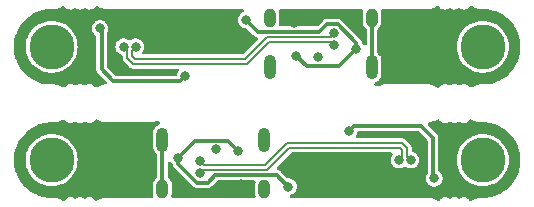
<source format=gbr>
%TF.GenerationSoftware,KiCad,Pcbnew,5.99.0-unknown-43523df843~131~ubuntu21.10.1*%
%TF.CreationDate,2021-08-03T15:32:11+01:00*%
%TF.ProjectId,dboard_panelized,64626f61-7264-45f7-9061-6e656c697a65,rev?*%
%TF.SameCoordinates,Original*%
%TF.FileFunction,Copper,L2,Bot*%
%TF.FilePolarity,Positive*%
%FSLAX46Y46*%
G04 Gerber Fmt 4.6, Leading zero omitted, Abs format (unit mm)*
G04 Created by KiCad (PCBNEW 5.99.0-unknown-43523df843~131~ubuntu21.10.1) date 2021-08-03 15:32:11*
%MOMM*%
%LPD*%
G01*
G04 APERTURE LIST*
%TA.AperFunction,ComponentPad*%
%ADD10C,3.800000*%
%TD*%
%TA.AperFunction,ComponentPad*%
%ADD11O,1.000000X1.600000*%
%TD*%
%TA.AperFunction,ComponentPad*%
%ADD12O,1.000000X2.100000*%
%TD*%
%TA.AperFunction,ViaPad*%
%ADD13C,0.800000*%
%TD*%
%TA.AperFunction,Conductor*%
%ADD14C,0.300000*%
%TD*%
%TA.AperFunction,Conductor*%
%ADD15C,0.200000*%
%TD*%
G04 APERTURE END LIST*
D10*
%TO.P,H2,1,1*%
%TO.N,SHIELD*%
X61300000Y-29500000D03*
%TD*%
%TO.P,H2,1,1*%
%TO.N,SHIELD*%
X24800000Y-39100000D03*
%TD*%
%TO.P,H1,1*%
%TO.N,N/C*%
X24800000Y-29500000D03*
%TD*%
D11*
%TO.P,J2,S1,SHIELD*%
%TO.N,SHIELD*%
X43280000Y-27040000D03*
D12*
X43280000Y-31220000D03*
D11*
X51920000Y-27040000D03*
D12*
X51920000Y-31220000D03*
%TD*%
D10*
%TO.P,H1,1*%
%TO.N,N/C*%
X61300001Y-39100000D03*
%TD*%
D12*
%TO.P,J2,S1,SHIELD*%
%TO.N,SHIELD*%
X34180002Y-37380000D03*
D11*
X34180002Y-41560000D03*
X42820002Y-41560000D03*
D12*
X42820002Y-37380000D03*
%TD*%
D13*
%TO.N,GND*%
X35600001Y-41000000D03*
X40800003Y-41116823D03*
X58400001Y-41400000D03*
X27700001Y-36500000D03*
X50500000Y-27600000D03*
X55400001Y-37200000D03*
X51700002Y-40050000D03*
X45300000Y-27483176D03*
X54300000Y-27200000D03*
X27700000Y-27200000D03*
X58400000Y-32100000D03*
X30700000Y-31400000D03*
X34400000Y-28550000D03*
X31800000Y-41400001D03*
%TO.N,VBUS*%
X45500000Y-30250000D03*
X41250000Y-27250000D03*
X35500003Y-38899999D03*
X50600000Y-29700000D03*
X44850001Y-41350000D03*
X40600000Y-38349998D03*
%TO.N,+5V*%
X28900000Y-27950000D03*
X50000000Y-36599999D03*
X36100000Y-32000000D03*
X57200001Y-40649999D03*
%TO.N,D-*%
X30900000Y-29500000D03*
X55200001Y-39100000D03*
X48732195Y-29382196D03*
X37367806Y-39217804D03*
X38750000Y-38198530D03*
X47350000Y-30401470D03*
%TO.N,D+*%
X48732195Y-28382196D03*
X31900000Y-29500000D03*
X37367806Y-40217804D03*
X54200001Y-39100000D03*
%TD*%
D14*
%TO.N,SHIELD*%
X51920000Y-31220000D02*
X51920000Y-27040000D01*
X34180000Y-37380001D02*
X34180003Y-41560000D01*
%TO.N,VBUS*%
X35500003Y-38899999D02*
X35600000Y-39000001D01*
X49009969Y-27600000D02*
X48100000Y-27600000D01*
X40600000Y-38349998D02*
X39699018Y-37449020D01*
X49149019Y-31150981D02*
X50600000Y-29700000D01*
X39699018Y-37449020D02*
X36950983Y-37449020D01*
X37090032Y-41000000D02*
X38000002Y-41000001D01*
X50600000Y-29700000D02*
X50600000Y-29190031D01*
X42232676Y-28232676D02*
X41250000Y-27250000D01*
X50600000Y-29190031D02*
X49009969Y-27600000D01*
X47467324Y-28232676D02*
X42232676Y-28232676D01*
X35500003Y-38899999D02*
X35500001Y-39409969D01*
X48100000Y-27600000D02*
X47467324Y-28232676D01*
X35500001Y-39409969D02*
X37090032Y-41000000D01*
X38000002Y-41000001D02*
X38632677Y-40367324D01*
X45500000Y-30250000D02*
X46400981Y-31150981D01*
X38632677Y-40367324D02*
X43867325Y-40367325D01*
X50600000Y-29700000D02*
X50500000Y-29600000D01*
X36950983Y-37449020D02*
X35500003Y-38899999D01*
X43867325Y-40367325D02*
X44850001Y-41350000D01*
X46400981Y-31150981D02*
X49149019Y-31150981D01*
%TO.N,+5V*%
X36100000Y-32000000D02*
X35699500Y-32400500D01*
X57075001Y-37200000D02*
X57075001Y-40524999D01*
X56074500Y-36199498D02*
X57075001Y-37200000D01*
X29025000Y-28075000D02*
X28900000Y-27950000D01*
X57075001Y-40524999D02*
X57200001Y-40649999D01*
X30025500Y-32400500D02*
X29025000Y-31400000D01*
X50000000Y-36599999D02*
X50400501Y-36199500D01*
X50400501Y-36199500D02*
X56074500Y-36199498D01*
X29025000Y-31400000D02*
X29025000Y-28075000D01*
X35699500Y-32400500D02*
X30025500Y-32400500D01*
D15*
%TO.N,D-*%
X44767157Y-37650000D02*
X42899351Y-39517805D01*
X37667807Y-39517804D02*
X37367806Y-39217804D01*
X38767805Y-39517803D02*
X37667807Y-39517804D01*
X47401470Y-30350000D02*
X47350000Y-30401470D01*
X31200000Y-29800000D02*
X31200000Y-30482844D01*
X54900001Y-38800000D02*
X54900000Y-38117155D01*
X43200648Y-29082196D02*
X47332196Y-29082196D01*
X31667156Y-30950000D02*
X41332844Y-30950000D01*
X30900000Y-29500000D02*
X31200000Y-29800000D01*
X42899351Y-39517805D02*
X38767805Y-39517803D01*
X47332196Y-29082196D02*
X48432195Y-29082196D01*
X48432195Y-29082196D02*
X48732195Y-29382196D01*
X54432843Y-37649999D02*
X44767157Y-37650000D01*
X55200001Y-39100000D02*
X54900001Y-38800000D01*
X41332844Y-30950000D02*
X43200648Y-29082196D01*
X38698531Y-38250000D02*
X38750000Y-38198530D01*
X54900000Y-38117155D02*
X54432843Y-37649999D01*
X31200000Y-30482844D02*
X31667156Y-30950000D01*
%TO.N,D+*%
X31900000Y-29500000D02*
X31600000Y-29800000D01*
X54200001Y-39100000D02*
X54500001Y-38800002D01*
X37667807Y-39917803D02*
X37367806Y-40217804D01*
X43065041Y-39917804D02*
X37667807Y-39917803D01*
X44932845Y-38049999D02*
X43065041Y-39917804D01*
X54500001Y-38800002D02*
X54500002Y-38282843D01*
X41167156Y-30550000D02*
X43034960Y-28682196D01*
X31600000Y-29800000D02*
X31600000Y-30317156D01*
X54267157Y-38049999D02*
X44932845Y-38049999D01*
X31832844Y-30550000D02*
X41167156Y-30550000D01*
X48432195Y-28682196D02*
X48732195Y-28382196D01*
X43034960Y-28682196D02*
X48432195Y-28682196D01*
X54500002Y-38282843D02*
X54267157Y-38049999D01*
X31600000Y-30317156D02*
X31832844Y-30550000D01*
%TD*%
%TA.AperFunction,Conductor*%
%TO.N,GND*%
G36*
X57584910Y-26059633D02*
G01*
X57638895Y-26103373D01*
X57707378Y-26192622D01*
X57715127Y-26198568D01*
X57806380Y-26268589D01*
X57822374Y-26280862D01*
X57956290Y-26336331D01*
X58099999Y-26355251D01*
X58243708Y-26336331D01*
X58377624Y-26280862D01*
X58409295Y-26256560D01*
X58480549Y-26227045D01*
X58557017Y-26237111D01*
X58590700Y-26256557D01*
X58622374Y-26280862D01*
X58756290Y-26336331D01*
X58899999Y-26355251D01*
X59043708Y-26336331D01*
X59177624Y-26280862D01*
X59209295Y-26256560D01*
X59280549Y-26227045D01*
X59357017Y-26237111D01*
X59390700Y-26256557D01*
X59422374Y-26280862D01*
X59556290Y-26336331D01*
X59699999Y-26355251D01*
X59843708Y-26336331D01*
X59977624Y-26280862D01*
X59993619Y-26268589D01*
X60084871Y-26198568D01*
X60092620Y-26192622D01*
X60161332Y-26103076D01*
X60222520Y-26056124D01*
X60298988Y-26046057D01*
X60363330Y-26070575D01*
X60397584Y-26093870D01*
X60614561Y-26198001D01*
X60619888Y-26199635D01*
X60619895Y-26199638D01*
X60800841Y-26255150D01*
X60844646Y-26268589D01*
X60850168Y-26269412D01*
X60850174Y-26269413D01*
X60952109Y-26284599D01*
X61082689Y-26304053D01*
X61196046Y-26303839D01*
X61289930Y-26303662D01*
X61289931Y-26303662D01*
X61294486Y-26303653D01*
X61300004Y-26304626D01*
X61305641Y-26303632D01*
X61322048Y-26303601D01*
X61323369Y-26303731D01*
X61327883Y-26302572D01*
X61337167Y-26302013D01*
X61637923Y-26318320D01*
X61653946Y-26320062D01*
X61979942Y-26373507D01*
X61995690Y-26376973D01*
X62257007Y-26449527D01*
X62313986Y-26465347D01*
X62329275Y-26470498D01*
X62636148Y-26592769D01*
X62650781Y-26599539D01*
X62759205Y-26657022D01*
X62942634Y-26754270D01*
X62956458Y-26762587D01*
X63098138Y-26858648D01*
X63229882Y-26947973D01*
X63242715Y-26957729D01*
X63370355Y-27066147D01*
X63494489Y-27171588D01*
X63506201Y-27182683D01*
X63733364Y-27422496D01*
X63743809Y-27434792D01*
X63943721Y-27697771D01*
X63952775Y-27711125D01*
X64123077Y-27994171D01*
X64130634Y-28008425D01*
X64269338Y-28308229D01*
X64275309Y-28323216D01*
X64380784Y-28636254D01*
X64380784Y-28636255D01*
X64385099Y-28651795D01*
X64454335Y-28966335D01*
X64456110Y-28974400D01*
X64458720Y-28990313D01*
X64493455Y-29309699D01*
X64494437Y-29318729D01*
X64495310Y-29334839D01*
X64495310Y-29665162D01*
X64494437Y-29681272D01*
X64458931Y-30007752D01*
X64458721Y-30009679D01*
X64456111Y-30025595D01*
X64385099Y-30348201D01*
X64385099Y-30348202D01*
X64380784Y-30363743D01*
X64366429Y-30406347D01*
X64275308Y-30676785D01*
X64269337Y-30691772D01*
X64130635Y-30991572D01*
X64123078Y-31005827D01*
X63952770Y-31288881D01*
X63943716Y-31302234D01*
X63743810Y-31565204D01*
X63733366Y-31577500D01*
X63506191Y-31817327D01*
X63494477Y-31828422D01*
X63242722Y-32042264D01*
X63229879Y-32052028D01*
X62956455Y-32237413D01*
X62942631Y-32245730D01*
X62650790Y-32400454D01*
X62636148Y-32407229D01*
X62329266Y-32529502D01*
X62313977Y-32534653D01*
X61995689Y-32623025D01*
X61979933Y-32626493D01*
X61915460Y-32637063D01*
X61653942Y-32679937D01*
X61637919Y-32681679D01*
X61337160Y-32697986D01*
X61327868Y-32697425D01*
X61323364Y-32696269D01*
X61322053Y-32696398D01*
X61305643Y-32696367D01*
X61300000Y-32695372D01*
X61294476Y-32696346D01*
X61289909Y-32696337D01*
X61289908Y-32696337D01*
X61199191Y-32696166D01*
X61082684Y-32695947D01*
X61077162Y-32696770D01*
X61077158Y-32696770D01*
X60850171Y-32730588D01*
X60850168Y-32730589D01*
X60844642Y-32731412D01*
X60742034Y-32762891D01*
X60619890Y-32800363D01*
X60619883Y-32800366D01*
X60614556Y-32802000D01*
X60397580Y-32906131D01*
X60392973Y-32909264D01*
X60392968Y-32909267D01*
X60363330Y-32929424D01*
X60290500Y-32954813D01*
X60214733Y-32940386D01*
X60161329Y-32896923D01*
X60098566Y-32815129D01*
X60092620Y-32807380D01*
X60009294Y-32743441D01*
X59985372Y-32725085D01*
X59985369Y-32725083D01*
X59977624Y-32719140D01*
X59843708Y-32663671D01*
X59699999Y-32644751D01*
X59556290Y-32663671D01*
X59422374Y-32719140D01*
X59390703Y-32743442D01*
X59319449Y-32772957D01*
X59242981Y-32762891D01*
X59209298Y-32743445D01*
X59177624Y-32719140D01*
X59043708Y-32663671D01*
X58899999Y-32644751D01*
X58756290Y-32663671D01*
X58622374Y-32719140D01*
X58590703Y-32743442D01*
X58519449Y-32772957D01*
X58442981Y-32762891D01*
X58409298Y-32743445D01*
X58377624Y-32719140D01*
X58243708Y-32663671D01*
X58099999Y-32644751D01*
X57956290Y-32663671D01*
X57822374Y-32719140D01*
X57814629Y-32725083D01*
X57814626Y-32725085D01*
X57790704Y-32743441D01*
X57707378Y-32807380D01*
X57701432Y-32815129D01*
X57637353Y-32898638D01*
X57576164Y-32945590D01*
X57499695Y-32955657D01*
X57435354Y-32931140D01*
X57419307Y-32920227D01*
X57398580Y-32906131D01*
X57181604Y-32802000D01*
X57176277Y-32800366D01*
X57176270Y-32800363D01*
X57054126Y-32762891D01*
X56951518Y-32731412D01*
X56945992Y-32730589D01*
X56945989Y-32730588D01*
X56719002Y-32696770D01*
X56718998Y-32696770D01*
X56713476Y-32695947D01*
X56474107Y-32696398D01*
X56472796Y-32696269D01*
X56460159Y-32699513D01*
X56459510Y-32699563D01*
X56448108Y-32700000D01*
X52913662Y-32700000D01*
X52905044Y-32699751D01*
X52872067Y-32697840D01*
X52872064Y-32697840D01*
X52861564Y-32697232D01*
X52855419Y-32698633D01*
X52834754Y-32705522D01*
X52814922Y-32710647D01*
X52803656Y-32712745D01*
X52803651Y-32712747D01*
X52790130Y-32715265D01*
X52778420Y-32722483D01*
X52765586Y-32727435D01*
X52765524Y-32727274D01*
X52755633Y-32731894D01*
X52574254Y-32792354D01*
X52527136Y-32800000D01*
X52278545Y-32800000D01*
X52204045Y-32780038D01*
X52149507Y-32725500D01*
X52129545Y-32651000D01*
X52149507Y-32576500D01*
X52204045Y-32521962D01*
X52230524Y-32509950D01*
X52262993Y-32498897D01*
X52415955Y-32404794D01*
X52421904Y-32398968D01*
X52421907Y-32398966D01*
X52538318Y-32284968D01*
X52538319Y-32284966D01*
X52544268Y-32279141D01*
X52548779Y-32272142D01*
X52548781Y-32272139D01*
X52637040Y-32135187D01*
X52641554Y-32128183D01*
X52645234Y-32118073D01*
X52700129Y-31967250D01*
X52700129Y-31967249D01*
X52702978Y-31959422D01*
X52717989Y-31840598D01*
X52719913Y-31825366D01*
X52719913Y-31825361D01*
X52720500Y-31820717D01*
X52720500Y-30624845D01*
X52705546Y-30491528D01*
X52655635Y-30348201D01*
X52649225Y-30329795D01*
X52649225Y-30329794D01*
X52646485Y-30321927D01*
X52640100Y-30311708D01*
X52555730Y-30176689D01*
X52551316Y-30169625D01*
X52466262Y-30083975D01*
X52430636Y-30048100D01*
X52424770Y-30042193D01*
X52424192Y-30041826D01*
X52380584Y-29982243D01*
X52370500Y-29928361D01*
X52370500Y-29500000D01*
X59094778Y-29500000D01*
X59095097Y-29504867D01*
X59112041Y-29763377D01*
X59113644Y-29787839D01*
X59114595Y-29792618D01*
X59114595Y-29792621D01*
X59168750Y-30064874D01*
X59169919Y-30070753D01*
X59262641Y-30343902D01*
X59390222Y-30602611D01*
X59550480Y-30842454D01*
X59740673Y-31059327D01*
X59957546Y-31249520D01*
X60197389Y-31409778D01*
X60456098Y-31537359D01*
X60729247Y-31630081D01*
X60734020Y-31631030D01*
X60734026Y-31631032D01*
X61007379Y-31685405D01*
X61007382Y-31685405D01*
X61012161Y-31686356D01*
X61017022Y-31686675D01*
X61017025Y-31686675D01*
X61295133Y-31704903D01*
X61300000Y-31705222D01*
X61304867Y-31704903D01*
X61582975Y-31686675D01*
X61582978Y-31686675D01*
X61587839Y-31686356D01*
X61592618Y-31685405D01*
X61592621Y-31685405D01*
X61865974Y-31631032D01*
X61865980Y-31631030D01*
X61870753Y-31630081D01*
X62143902Y-31537359D01*
X62402611Y-31409778D01*
X62642454Y-31249520D01*
X62859327Y-31059327D01*
X63049520Y-30842454D01*
X63209778Y-30602611D01*
X63337359Y-30343902D01*
X63430081Y-30070753D01*
X63431251Y-30064874D01*
X63485405Y-29792621D01*
X63485405Y-29792618D01*
X63486356Y-29787839D01*
X63487960Y-29763377D01*
X63504903Y-29504867D01*
X63505222Y-29500000D01*
X63487745Y-29233349D01*
X63486675Y-29217025D01*
X63486675Y-29217022D01*
X63486356Y-29212161D01*
X63485405Y-29207379D01*
X63431032Y-28934026D01*
X63431030Y-28934020D01*
X63430081Y-28929247D01*
X63337359Y-28656098D01*
X63209778Y-28397389D01*
X63049520Y-28157546D01*
X62859327Y-27940673D01*
X62642454Y-27750480D01*
X62402611Y-27590222D01*
X62143902Y-27462641D01*
X61870753Y-27369919D01*
X61865980Y-27368970D01*
X61865974Y-27368968D01*
X61592621Y-27314595D01*
X61592618Y-27314595D01*
X61587839Y-27313644D01*
X61582978Y-27313325D01*
X61582975Y-27313325D01*
X61304867Y-27295097D01*
X61300000Y-27294778D01*
X61295133Y-27295097D01*
X61017025Y-27313325D01*
X61017022Y-27313325D01*
X61012161Y-27313644D01*
X61007382Y-27314595D01*
X61007379Y-27314595D01*
X60734026Y-27368968D01*
X60734020Y-27368970D01*
X60729247Y-27369919D01*
X60456098Y-27462641D01*
X60197389Y-27590222D01*
X59957546Y-27750480D01*
X59740673Y-27940673D01*
X59550480Y-28157546D01*
X59390222Y-28397389D01*
X59262641Y-28656098D01*
X59169919Y-28929247D01*
X59168970Y-28934020D01*
X59168968Y-28934026D01*
X59114595Y-29207379D01*
X59113644Y-29212161D01*
X59113325Y-29217022D01*
X59113325Y-29217025D01*
X59112255Y-29233349D01*
X59094778Y-29500000D01*
X52370500Y-29500000D01*
X52370500Y-28081802D01*
X52390462Y-28007302D01*
X52417418Y-27976288D01*
X52415955Y-27974794D01*
X52538318Y-27854968D01*
X52538319Y-27854966D01*
X52544268Y-27849141D01*
X52548779Y-27842142D01*
X52548781Y-27842139D01*
X52633213Y-27711125D01*
X52641554Y-27698183D01*
X52645234Y-27688073D01*
X52700129Y-27537250D01*
X52700129Y-27537249D01*
X52702978Y-27529422D01*
X52709553Y-27477372D01*
X52719913Y-27395366D01*
X52719913Y-27395361D01*
X52720500Y-27390717D01*
X52720500Y-26694845D01*
X52705546Y-26561528D01*
X52683607Y-26498527D01*
X52677958Y-26421607D01*
X52711527Y-26352167D01*
X52775318Y-26308815D01*
X52824319Y-26300527D01*
X56457879Y-26300527D01*
X56468526Y-26300908D01*
X56472772Y-26301212D01*
X56485401Y-26304381D01*
X56486709Y-26304246D01*
X56501289Y-26304196D01*
X56501290Y-26304196D01*
X56633096Y-26303739D01*
X56725681Y-26303419D01*
X56856654Y-26283224D01*
X56957642Y-26267652D01*
X56957646Y-26267651D01*
X56963146Y-26266803D01*
X56968458Y-26265145D01*
X56968463Y-26265144D01*
X57187186Y-26196881D01*
X57187194Y-26196878D01*
X57192506Y-26195220D01*
X57408644Y-26090267D01*
X57413241Y-26087111D01*
X57413245Y-26087109D01*
X57436363Y-26071240D01*
X57509082Y-26045535D01*
X57584910Y-26059633D01*
G37*
%TD.AperFunction*%
%TA.AperFunction,Conductor*%
G36*
X25885264Y-26059614D02*
G01*
X25938668Y-26103077D01*
X26007379Y-26192622D01*
X26015128Y-26198568D01*
X26106381Y-26268589D01*
X26122375Y-26280862D01*
X26256291Y-26336331D01*
X26400000Y-26355251D01*
X26543709Y-26336331D01*
X26677625Y-26280862D01*
X26709296Y-26256560D01*
X26780550Y-26227045D01*
X26857018Y-26237111D01*
X26890701Y-26256557D01*
X26922375Y-26280862D01*
X27056291Y-26336331D01*
X27200000Y-26355251D01*
X27343709Y-26336331D01*
X27477625Y-26280862D01*
X27509296Y-26256560D01*
X27580550Y-26227045D01*
X27657018Y-26237111D01*
X27690701Y-26256557D01*
X27722375Y-26280862D01*
X27856291Y-26336331D01*
X28000000Y-26355251D01*
X28143709Y-26336331D01*
X28277625Y-26280862D01*
X28293620Y-26268589D01*
X28384872Y-26198568D01*
X28392621Y-26192622D01*
X28429427Y-26144656D01*
X28461103Y-26103376D01*
X28522293Y-26056423D01*
X28598762Y-26046357D01*
X28663637Y-26071240D01*
X28686755Y-26087109D01*
X28686759Y-26087111D01*
X28691356Y-26090267D01*
X28907494Y-26195220D01*
X28912806Y-26196878D01*
X28912814Y-26196881D01*
X29131537Y-26265144D01*
X29131542Y-26265145D01*
X29136854Y-26266803D01*
X29142354Y-26267651D01*
X29142358Y-26267652D01*
X29243346Y-26283224D01*
X29374319Y-26303419D01*
X29561155Y-26304066D01*
X29598247Y-26304194D01*
X29613291Y-26304246D01*
X29614599Y-26304381D01*
X29627228Y-26301212D01*
X29631474Y-26300908D01*
X29642121Y-26300527D01*
X40953658Y-26300527D01*
X41028158Y-26320489D01*
X41082696Y-26375027D01*
X41102658Y-26449527D01*
X41082696Y-26524027D01*
X41028158Y-26578565D01*
X41009695Y-26587252D01*
X41004032Y-26588612D01*
X40996055Y-26592729D01*
X40996053Y-26592730D01*
X40861353Y-26662254D01*
X40853369Y-26666375D01*
X40846602Y-26672279D01*
X40846598Y-26672281D01*
X40743077Y-26762588D01*
X40725604Y-26777831D01*
X40628113Y-26916547D01*
X40566524Y-27074513D01*
X40544394Y-27242611D01*
X40545380Y-27251542D01*
X40545380Y-27251543D01*
X40546841Y-27264778D01*
X40562999Y-27411135D01*
X40566087Y-27419572D01*
X40566087Y-27419574D01*
X40569304Y-27428364D01*
X40621266Y-27570356D01*
X40626275Y-27577811D01*
X40626276Y-27577812D01*
X40707162Y-27698183D01*
X40715830Y-27711083D01*
X40722472Y-27717126D01*
X40722473Y-27717128D01*
X40803216Y-27790598D01*
X40841233Y-27825191D01*
X40849128Y-27829478D01*
X40849130Y-27829479D01*
X40982344Y-27901808D01*
X40982347Y-27901809D01*
X40990235Y-27906092D01*
X41072234Y-27927604D01*
X41145549Y-27946838D01*
X41145551Y-27946838D01*
X41154233Y-27949116D01*
X41254187Y-27950686D01*
X41328364Y-27971816D01*
X41357206Y-27994309D01*
X41888967Y-28526070D01*
X41900620Y-28539183D01*
X41920804Y-28564786D01*
X41929967Y-28571119D01*
X41968758Y-28597929D01*
X41972566Y-28600650D01*
X41997559Y-28619110D01*
X42019493Y-28635311D01*
X42026310Y-28637705D01*
X42032245Y-28641807D01*
X42042863Y-28645165D01*
X42042865Y-28645166D01*
X42087815Y-28659382D01*
X42092212Y-28660848D01*
X42147307Y-28680196D01*
X42153432Y-28680437D01*
X42158184Y-28681637D01*
X42159576Y-28682077D01*
X42160539Y-28682382D01*
X42225549Y-28723884D01*
X42261099Y-28792330D01*
X42257663Y-28869382D01*
X42220960Y-28929803D01*
X41044904Y-30105859D01*
X40978109Y-30144423D01*
X40939545Y-30149500D01*
X32586472Y-30149500D01*
X32511972Y-30129538D01*
X32457434Y-30075000D01*
X32437472Y-30000500D01*
X32457434Y-29926000D01*
X32465471Y-29913553D01*
X32513121Y-29847240D01*
X32513123Y-29847237D01*
X32518361Y-29839947D01*
X32538137Y-29790754D01*
X32578251Y-29690969D01*
X32578252Y-29690964D01*
X32581601Y-29682634D01*
X32605490Y-29514778D01*
X32605645Y-29500000D01*
X32585276Y-29331680D01*
X32525345Y-29173077D01*
X32429312Y-29033349D01*
X32422604Y-29027372D01*
X32309428Y-28926535D01*
X32309424Y-28926532D01*
X32302721Y-28920560D01*
X32294781Y-28916356D01*
X32294780Y-28916355D01*
X32160823Y-28845429D01*
X32152881Y-28841224D01*
X32144168Y-28839035D01*
X32144167Y-28839035D01*
X32059603Y-28817794D01*
X31988441Y-28799919D01*
X31884002Y-28799372D01*
X31827873Y-28799078D01*
X31818895Y-28799031D01*
X31810164Y-28801127D01*
X31810165Y-28801127D01*
X31662765Y-28836515D01*
X31662762Y-28836516D01*
X31654032Y-28838612D01*
X31646053Y-28842730D01*
X31646051Y-28842731D01*
X31640824Y-28845429D01*
X31503369Y-28916375D01*
X31496593Y-28922286D01*
X31489174Y-28927328D01*
X31488093Y-28925738D01*
X31429199Y-28954594D01*
X31352249Y-28949353D01*
X31315470Y-28930735D01*
X31309427Y-28926535D01*
X31302721Y-28920560D01*
X31152881Y-28841224D01*
X31144168Y-28839035D01*
X31144167Y-28839035D01*
X31059603Y-28817794D01*
X30988441Y-28799919D01*
X30884002Y-28799372D01*
X30827873Y-28799078D01*
X30818895Y-28799031D01*
X30810164Y-28801127D01*
X30810165Y-28801127D01*
X30662765Y-28836515D01*
X30662762Y-28836516D01*
X30654032Y-28838612D01*
X30646053Y-28842730D01*
X30646051Y-28842731D01*
X30511355Y-28912253D01*
X30503369Y-28916375D01*
X30496602Y-28922279D01*
X30496598Y-28922281D01*
X30382373Y-29021926D01*
X30375604Y-29027831D01*
X30370439Y-29035180D01*
X30361523Y-29047866D01*
X30278113Y-29166547D01*
X30216524Y-29324513D01*
X30194394Y-29492611D01*
X30212999Y-29661135D01*
X30216087Y-29669572D01*
X30216087Y-29669574D01*
X30228371Y-29703142D01*
X30271266Y-29820356D01*
X30276275Y-29827811D01*
X30276276Y-29827812D01*
X30358669Y-29950426D01*
X30365830Y-29961083D01*
X30372472Y-29967126D01*
X30372473Y-29967128D01*
X30483349Y-30068017D01*
X30491233Y-30075191D01*
X30499128Y-30079478D01*
X30499130Y-30079479D01*
X30632344Y-30151808D01*
X30632347Y-30151809D01*
X30640235Y-30156092D01*
X30648919Y-30158370D01*
X30648921Y-30158371D01*
X30688309Y-30168704D01*
X30755305Y-30206917D01*
X30794219Y-30273509D01*
X30799500Y-30312827D01*
X30799500Y-30546277D01*
X30805740Y-30565480D01*
X30811197Y-30588213D01*
X30814354Y-30608148D01*
X30823441Y-30625981D01*
X30823518Y-30626133D01*
X30832467Y-30647739D01*
X30838704Y-30666934D01*
X30845594Y-30676417D01*
X30845597Y-30676423D01*
X30850570Y-30683267D01*
X30862785Y-30703200D01*
X30866625Y-30710736D01*
X30866627Y-30710739D01*
X30871950Y-30721186D01*
X30894513Y-30743749D01*
X30894516Y-30743753D01*
X31339106Y-31188342D01*
X31428814Y-31278050D01*
X31439259Y-31283372D01*
X31446803Y-31287216D01*
X31466739Y-31299433D01*
X31483066Y-31311296D01*
X31494220Y-31314920D01*
X31494222Y-31314921D01*
X31502264Y-31317534D01*
X31523862Y-31326480D01*
X31531402Y-31330322D01*
X31531405Y-31330323D01*
X31541852Y-31335646D01*
X31561804Y-31338806D01*
X31584520Y-31344260D01*
X31603723Y-31350499D01*
X31635633Y-31350499D01*
X31635637Y-31350500D01*
X35413397Y-31350500D01*
X35487897Y-31370462D01*
X35542435Y-31425000D01*
X35562397Y-31499500D01*
X35542435Y-31574000D01*
X35535302Y-31585175D01*
X35478113Y-31666547D01*
X35416524Y-31824513D01*
X35415351Y-31833424D01*
X35414163Y-31838051D01*
X35376302Y-31905247D01*
X35309916Y-31944510D01*
X35269843Y-31950000D01*
X30273821Y-31950000D01*
X30199321Y-31930038D01*
X30168462Y-31906359D01*
X29519141Y-31257038D01*
X29480577Y-31190243D01*
X29475500Y-31151679D01*
X29475500Y-28397576D01*
X29495462Y-28323076D01*
X29503500Y-28310628D01*
X29513116Y-28297247D01*
X29513118Y-28297243D01*
X29518361Y-28289947D01*
X29529628Y-28261920D01*
X29578251Y-28140969D01*
X29578252Y-28140964D01*
X29581601Y-28132634D01*
X29605490Y-27964778D01*
X29605645Y-27950000D01*
X29585276Y-27781680D01*
X29525345Y-27623077D01*
X29429312Y-27483349D01*
X29422567Y-27477339D01*
X29309428Y-27376535D01*
X29309424Y-27376532D01*
X29302721Y-27370560D01*
X29294783Y-27366357D01*
X29294780Y-27366355D01*
X29160823Y-27295429D01*
X29152881Y-27291224D01*
X29144168Y-27289035D01*
X29144167Y-27289035D01*
X29027579Y-27259750D01*
X28988441Y-27249919D01*
X28884002Y-27249372D01*
X28827873Y-27249078D01*
X28818895Y-27249031D01*
X28810164Y-27251127D01*
X28810165Y-27251127D01*
X28662765Y-27286515D01*
X28662762Y-27286516D01*
X28654032Y-27288612D01*
X28646053Y-27292730D01*
X28646051Y-27292731D01*
X28511613Y-27362120D01*
X28503369Y-27366375D01*
X28496602Y-27372279D01*
X28496598Y-27372281D01*
X28393017Y-27462641D01*
X28375604Y-27477831D01*
X28278113Y-27616547D01*
X28216524Y-27774513D01*
X28194394Y-27942611D01*
X28212999Y-28111135D01*
X28216087Y-28119572D01*
X28216087Y-28119574D01*
X28229983Y-28157546D01*
X28271266Y-28270356D01*
X28276275Y-28277811D01*
X28276276Y-28277812D01*
X28356754Y-28397576D01*
X28365830Y-28411083D01*
X28491233Y-28525191D01*
X28499129Y-28529478D01*
X28506449Y-28534680D01*
X28505272Y-28536336D01*
X28552545Y-28581197D01*
X28574500Y-28659047D01*
X28574500Y-31364428D01*
X28573467Y-31381941D01*
X28569636Y-31414310D01*
X28571637Y-31425266D01*
X28571637Y-31425269D01*
X28580111Y-31471668D01*
X28580879Y-31476284D01*
X28587386Y-31519560D01*
X28589551Y-31533962D01*
X28592679Y-31540475D01*
X28593975Y-31547573D01*
X28620578Y-31598785D01*
X28620843Y-31599296D01*
X28622926Y-31603465D01*
X28648191Y-31656079D01*
X28653094Y-31661383D01*
X28656421Y-31667788D01*
X28660725Y-31672828D01*
X28697657Y-31709760D01*
X28701711Y-31713977D01*
X28740146Y-31755556D01*
X28746754Y-31759394D01*
X28751902Y-31764005D01*
X29435647Y-32447750D01*
X29474211Y-32514545D01*
X29474211Y-32591673D01*
X29435647Y-32658468D01*
X29368852Y-32697032D01*
X29352245Y-32700482D01*
X29150171Y-32730588D01*
X29150168Y-32730589D01*
X29144642Y-32731412D01*
X29042035Y-32762891D01*
X28919891Y-32800363D01*
X28919884Y-32800366D01*
X28914557Y-32802000D01*
X28697580Y-32906131D01*
X28663328Y-32929425D01*
X28590501Y-32954813D01*
X28514734Y-32940386D01*
X28461330Y-32896923D01*
X28398567Y-32815129D01*
X28392621Y-32807380D01*
X28309295Y-32743441D01*
X28285373Y-32725085D01*
X28285370Y-32725083D01*
X28277625Y-32719140D01*
X28143709Y-32663671D01*
X28000000Y-32644751D01*
X27856291Y-32663671D01*
X27722375Y-32719140D01*
X27690704Y-32743442D01*
X27619450Y-32772957D01*
X27542982Y-32762891D01*
X27509299Y-32743445D01*
X27477625Y-32719140D01*
X27343709Y-32663671D01*
X27200000Y-32644751D01*
X27056291Y-32663671D01*
X26922375Y-32719140D01*
X26890704Y-32743442D01*
X26819450Y-32772957D01*
X26742982Y-32762891D01*
X26709299Y-32743445D01*
X26677625Y-32719140D01*
X26543709Y-32663671D01*
X26400000Y-32644751D01*
X26256291Y-32663671D01*
X26122375Y-32719140D01*
X26114630Y-32725083D01*
X26114627Y-32725085D01*
X26090705Y-32743441D01*
X26007379Y-32807380D01*
X26001433Y-32815129D01*
X25938670Y-32896923D01*
X25877481Y-32943875D01*
X25801012Y-32953942D01*
X25736672Y-32929425D01*
X25702420Y-32906131D01*
X25485443Y-32802000D01*
X25480116Y-32800366D01*
X25480109Y-32800363D01*
X25357965Y-32762891D01*
X25255358Y-32731412D01*
X25249832Y-32730589D01*
X25249829Y-32730588D01*
X25022842Y-32696770D01*
X25022838Y-32696770D01*
X25017316Y-32695947D01*
X24904489Y-32696160D01*
X24810076Y-32696337D01*
X24810074Y-32696337D01*
X24805524Y-32696346D01*
X24800000Y-32695372D01*
X24794357Y-32696367D01*
X24777947Y-32696398D01*
X24776636Y-32696269D01*
X24772129Y-32697426D01*
X24762836Y-32697985D01*
X24462088Y-32681678D01*
X24446050Y-32679934D01*
X24258457Y-32649181D01*
X24120064Y-32626492D01*
X24104321Y-32623027D01*
X23844902Y-32551000D01*
X23786015Y-32534650D01*
X23770726Y-32529498D01*
X23463860Y-32407231D01*
X23449218Y-32400457D01*
X23157370Y-32245729D01*
X23143546Y-32237412D01*
X22870123Y-32052027D01*
X22857280Y-32042263D01*
X22756129Y-31956345D01*
X22605516Y-31828414D01*
X22593807Y-31817322D01*
X22592690Y-31816142D01*
X22491919Y-31709760D01*
X22366640Y-31577504D01*
X22356195Y-31565208D01*
X22156286Y-31302233D01*
X22147232Y-31288880D01*
X22011049Y-31062542D01*
X21976924Y-31005826D01*
X21969367Y-30991571D01*
X21830665Y-30691771D01*
X21824694Y-30676784D01*
X21736909Y-30416248D01*
X21719218Y-30363742D01*
X21714904Y-30348206D01*
X21643892Y-30025591D01*
X21641282Y-30009679D01*
X21641073Y-30007752D01*
X21605566Y-29681272D01*
X21604693Y-29665162D01*
X21604693Y-29500000D01*
X22594778Y-29500000D01*
X22595097Y-29504867D01*
X22612041Y-29763377D01*
X22613644Y-29787839D01*
X22614595Y-29792618D01*
X22614595Y-29792621D01*
X22668750Y-30064874D01*
X22669919Y-30070753D01*
X22762641Y-30343902D01*
X22890222Y-30602611D01*
X23050480Y-30842454D01*
X23240673Y-31059327D01*
X23457546Y-31249520D01*
X23697389Y-31409778D01*
X23956098Y-31537359D01*
X24229247Y-31630081D01*
X24234020Y-31631030D01*
X24234026Y-31631032D01*
X24507379Y-31685405D01*
X24507382Y-31685405D01*
X24512161Y-31686356D01*
X24517022Y-31686675D01*
X24517025Y-31686675D01*
X24795133Y-31704903D01*
X24800000Y-31705222D01*
X24804867Y-31704903D01*
X25082975Y-31686675D01*
X25082978Y-31686675D01*
X25087839Y-31686356D01*
X25092618Y-31685405D01*
X25092621Y-31685405D01*
X25365974Y-31631032D01*
X25365980Y-31631030D01*
X25370753Y-31630081D01*
X25643902Y-31537359D01*
X25902611Y-31409778D01*
X26142454Y-31249520D01*
X26359327Y-31059327D01*
X26549520Y-30842454D01*
X26709778Y-30602611D01*
X26837359Y-30343902D01*
X26930081Y-30070753D01*
X26931251Y-30064874D01*
X26985405Y-29792621D01*
X26985405Y-29792618D01*
X26986356Y-29787839D01*
X26987960Y-29763377D01*
X27004903Y-29504867D01*
X27005222Y-29500000D01*
X26987745Y-29233349D01*
X26986675Y-29217025D01*
X26986675Y-29217022D01*
X26986356Y-29212161D01*
X26985405Y-29207379D01*
X26931032Y-28934026D01*
X26931030Y-28934020D01*
X26930081Y-28929247D01*
X26837359Y-28656098D01*
X26709778Y-28397389D01*
X26549520Y-28157546D01*
X26359327Y-27940673D01*
X26142454Y-27750480D01*
X25902611Y-27590222D01*
X25643902Y-27462641D01*
X25370753Y-27369919D01*
X25365980Y-27368970D01*
X25365974Y-27368968D01*
X25092621Y-27314595D01*
X25092618Y-27314595D01*
X25087839Y-27313644D01*
X25082978Y-27313325D01*
X25082975Y-27313325D01*
X24804867Y-27295097D01*
X24800000Y-27294778D01*
X24795133Y-27295097D01*
X24517025Y-27313325D01*
X24517022Y-27313325D01*
X24512161Y-27313644D01*
X24507382Y-27314595D01*
X24507379Y-27314595D01*
X24234026Y-27368968D01*
X24234020Y-27368970D01*
X24229247Y-27369919D01*
X23956098Y-27462641D01*
X23697389Y-27590222D01*
X23457546Y-27750480D01*
X23240673Y-27940673D01*
X23050480Y-28157546D01*
X22890222Y-28397389D01*
X22762641Y-28656098D01*
X22669919Y-28929247D01*
X22668970Y-28934020D01*
X22668968Y-28934026D01*
X22614595Y-29207379D01*
X22613644Y-29212161D01*
X22613325Y-29217022D01*
X22613325Y-29217025D01*
X22612255Y-29233349D01*
X22594778Y-29500000D01*
X21604693Y-29500000D01*
X21604693Y-29334838D01*
X21605566Y-29318728D01*
X21614047Y-29240749D01*
X21641283Y-28990313D01*
X21643893Y-28974400D01*
X21645669Y-28966335D01*
X21714904Y-28651794D01*
X21719219Y-28636254D01*
X21719259Y-28636137D01*
X21799702Y-28397389D01*
X21824694Y-28323216D01*
X21830665Y-28308229D01*
X21969367Y-28008429D01*
X21976924Y-27994174D01*
X22009115Y-27940673D01*
X22147232Y-27711120D01*
X22156286Y-27697767D01*
X22356195Y-27434792D01*
X22366640Y-27422496D01*
X22543558Y-27235725D01*
X22593810Y-27182675D01*
X22605520Y-27171583D01*
X22608591Y-27168975D01*
X22857285Y-26957733D01*
X22870123Y-26947973D01*
X23143546Y-26762588D01*
X23157370Y-26754271D01*
X23449218Y-26599543D01*
X23463860Y-26592769D01*
X23770726Y-26470502D01*
X23786015Y-26465350D01*
X23943562Y-26421607D01*
X24104321Y-26376973D01*
X24120064Y-26373508D01*
X24258457Y-26350819D01*
X24446050Y-26320066D01*
X24462088Y-26318322D01*
X24762836Y-26302015D01*
X24772129Y-26302574D01*
X24776636Y-26303731D01*
X24777947Y-26303602D01*
X24794357Y-26303633D01*
X24800000Y-26304628D01*
X24805524Y-26303654D01*
X24810091Y-26303663D01*
X24810092Y-26303663D01*
X24900809Y-26303834D01*
X25017316Y-26304053D01*
X25022838Y-26303230D01*
X25022842Y-26303230D01*
X25249829Y-26269412D01*
X25249832Y-26269411D01*
X25255358Y-26268588D01*
X25390770Y-26227045D01*
X25480110Y-26199637D01*
X25480117Y-26199634D01*
X25485444Y-26198000D01*
X25702420Y-26093869D01*
X25707025Y-26090737D01*
X25707041Y-26090728D01*
X25736668Y-26070578D01*
X25809497Y-26045188D01*
X25885264Y-26059614D01*
G37*
%TD.AperFunction*%
%TA.AperFunction,Conductor*%
G36*
X51089739Y-26320489D02*
G01*
X51144277Y-26375027D01*
X51164239Y-26449527D01*
X51155253Y-26500487D01*
X51139872Y-26542747D01*
X51137022Y-26550578D01*
X51135978Y-26558842D01*
X51131315Y-26595758D01*
X51119500Y-26689283D01*
X51119500Y-27385155D01*
X51134454Y-27518472D01*
X51193515Y-27688073D01*
X51197929Y-27695137D01*
X51197930Y-27695139D01*
X51242301Y-27766147D01*
X51288684Y-27840375D01*
X51415230Y-27967807D01*
X51415808Y-27968174D01*
X51459416Y-28027757D01*
X51469500Y-28081639D01*
X51469500Y-29248466D01*
X51449538Y-29322966D01*
X51395000Y-29377504D01*
X51320500Y-29397466D01*
X51246000Y-29377504D01*
X51197705Y-29332861D01*
X51193509Y-29326755D01*
X51129312Y-29233349D01*
X51091921Y-29200035D01*
X51049578Y-29135574D01*
X51043698Y-29110939D01*
X51037106Y-29067088D01*
X51037105Y-29067085D01*
X51035449Y-29056069D01*
X51032321Y-29049556D01*
X51031025Y-29042458D01*
X51004146Y-28990712D01*
X51002069Y-28986556D01*
X50981629Y-28943990D01*
X50976809Y-28933952D01*
X50971907Y-28928649D01*
X50968579Y-28922242D01*
X50964275Y-28917203D01*
X50927343Y-28880271D01*
X50923288Y-28876053D01*
X50892415Y-28842654D01*
X50892413Y-28842653D01*
X50884854Y-28834475D01*
X50878246Y-28830637D01*
X50873098Y-28826026D01*
X49353678Y-27306606D01*
X49342025Y-27293493D01*
X49328736Y-27276636D01*
X49328735Y-27276636D01*
X49321841Y-27267890D01*
X49312679Y-27261558D01*
X49312677Y-27261556D01*
X49273879Y-27234741D01*
X49270071Y-27232020D01*
X49232112Y-27203983D01*
X49232111Y-27203982D01*
X49223153Y-27197366D01*
X49216337Y-27194973D01*
X49210400Y-27190869D01*
X49154801Y-27173285D01*
X49150389Y-27171813D01*
X49095338Y-27152481D01*
X49088124Y-27152198D01*
X49081239Y-27150020D01*
X49074632Y-27149500D01*
X49022398Y-27149500D01*
X49016548Y-27149385D01*
X48971102Y-27147599D01*
X48971100Y-27147599D01*
X48959975Y-27147162D01*
X48952590Y-27149120D01*
X48945687Y-27149500D01*
X48135572Y-27149500D01*
X48118059Y-27148467D01*
X48117856Y-27148443D01*
X48085690Y-27144636D01*
X48074734Y-27146637D01*
X48074731Y-27146637D01*
X48028332Y-27155111D01*
X48023716Y-27155879D01*
X47977057Y-27162894D01*
X47977055Y-27162895D01*
X47966038Y-27164551D01*
X47959525Y-27167679D01*
X47952427Y-27168975D01*
X47900687Y-27195852D01*
X47896535Y-27197926D01*
X47843921Y-27223191D01*
X47838617Y-27228094D01*
X47832212Y-27231421D01*
X47827172Y-27235725D01*
X47790240Y-27272657D01*
X47786022Y-27276712D01*
X47752623Y-27307585D01*
X47752622Y-27307587D01*
X47744444Y-27315146D01*
X47740606Y-27321754D01*
X47735995Y-27326902D01*
X47324362Y-27738535D01*
X47257567Y-27777099D01*
X47219003Y-27782176D01*
X44183777Y-27782176D01*
X44109277Y-27762214D01*
X44054739Y-27707676D01*
X44034777Y-27633176D01*
X44043763Y-27582215D01*
X44060129Y-27537250D01*
X44060129Y-27537249D01*
X44062978Y-27529422D01*
X44069553Y-27477372D01*
X44079913Y-27395366D01*
X44079913Y-27395361D01*
X44080500Y-27390717D01*
X44080500Y-26694845D01*
X44065546Y-26561528D01*
X44043607Y-26498527D01*
X44037958Y-26421607D01*
X44071527Y-26352167D01*
X44135318Y-26308815D01*
X44184319Y-26300527D01*
X51015239Y-26300527D01*
X51089739Y-26320489D01*
G37*
%TD.AperFunction*%
%TD*%
%TA.AperFunction,Conductor*%
%TO.N,GND*%
G36*
X57583948Y-35657899D02*
G01*
X57637351Y-35701361D01*
X57707378Y-35792622D01*
X57720183Y-35802448D01*
X57812861Y-35873562D01*
X57822374Y-35880862D01*
X57956290Y-35936331D01*
X58099999Y-35955251D01*
X58243708Y-35936331D01*
X58377624Y-35880862D01*
X58409295Y-35856560D01*
X58480549Y-35827045D01*
X58557017Y-35837111D01*
X58590700Y-35856557D01*
X58622374Y-35880862D01*
X58756290Y-35936331D01*
X58899999Y-35955251D01*
X59043708Y-35936331D01*
X59177624Y-35880862D01*
X59209295Y-35856560D01*
X59280549Y-35827045D01*
X59357017Y-35837111D01*
X59390700Y-35856557D01*
X59422374Y-35880862D01*
X59556290Y-35936331D01*
X59699999Y-35955251D01*
X59843708Y-35936331D01*
X59977624Y-35880862D01*
X59987138Y-35873562D01*
X60079815Y-35802448D01*
X60092620Y-35792622D01*
X60161331Y-35703076D01*
X60222519Y-35656125D01*
X60298987Y-35646058D01*
X60363328Y-35670575D01*
X60397580Y-35693869D01*
X60614556Y-35798000D01*
X60619883Y-35799634D01*
X60619890Y-35799637D01*
X60709230Y-35827045D01*
X60844642Y-35868588D01*
X60850168Y-35869411D01*
X60850171Y-35869412D01*
X61077158Y-35903230D01*
X61077162Y-35903230D01*
X61082684Y-35904053D01*
X61195512Y-35903840D01*
X61289925Y-35903663D01*
X61289927Y-35903663D01*
X61294477Y-35903654D01*
X61300001Y-35904628D01*
X61305644Y-35903633D01*
X61322053Y-35903602D01*
X61323364Y-35903731D01*
X61327871Y-35902574D01*
X61337165Y-35902015D01*
X61637913Y-35918322D01*
X61653951Y-35920066D01*
X61830446Y-35949000D01*
X61979937Y-35973508D01*
X61995680Y-35976973D01*
X62234307Y-36043227D01*
X62313986Y-36065350D01*
X62329275Y-36070502D01*
X62636141Y-36192769D01*
X62650783Y-36199543D01*
X62942631Y-36354271D01*
X62956455Y-36362588D01*
X63229878Y-36547973D01*
X63242721Y-36557737D01*
X63492115Y-36769573D01*
X63494481Y-36771583D01*
X63506191Y-36782675D01*
X63556702Y-36835999D01*
X63733361Y-37022496D01*
X63743806Y-37034792D01*
X63943715Y-37297767D01*
X63952769Y-37311120D01*
X63961698Y-37325960D01*
X64090887Y-37540673D01*
X64123077Y-37594174D01*
X64130634Y-37608429D01*
X64269336Y-37908229D01*
X64275307Y-37923216D01*
X64294913Y-37981404D01*
X64380782Y-38236253D01*
X64380782Y-38236254D01*
X64385097Y-38251794D01*
X64456108Y-38574399D01*
X64456108Y-38574400D01*
X64458718Y-38590313D01*
X64487841Y-38858099D01*
X64494435Y-38918728D01*
X64495308Y-38934838D01*
X64495308Y-39265162D01*
X64494435Y-39281271D01*
X64460508Y-39593232D01*
X64458719Y-39609679D01*
X64456109Y-39625591D01*
X64387059Y-39939293D01*
X64385098Y-39948201D01*
X64380783Y-39963742D01*
X64329111Y-40117100D01*
X64275307Y-40276784D01*
X64269336Y-40291771D01*
X64130634Y-40591571D01*
X64123077Y-40605826D01*
X64090541Y-40659902D01*
X63952769Y-40888880D01*
X63943715Y-40902233D01*
X63743806Y-41165208D01*
X63733361Y-41177504D01*
X63607956Y-41309893D01*
X63555511Y-41365259D01*
X63506194Y-41417322D01*
X63494485Y-41428414D01*
X63465730Y-41452838D01*
X63242721Y-41642263D01*
X63229878Y-41652027D01*
X62956455Y-41837412D01*
X62942631Y-41845729D01*
X62650783Y-42000457D01*
X62636141Y-42007231D01*
X62329275Y-42129498D01*
X62313986Y-42134650D01*
X61995680Y-42223027D01*
X61979937Y-42226492D01*
X61849764Y-42247833D01*
X61653951Y-42279934D01*
X61637914Y-42281678D01*
X61501123Y-42289096D01*
X61337163Y-42297986D01*
X61327871Y-42297425D01*
X61323364Y-42296268D01*
X61322053Y-42296397D01*
X61305638Y-42296366D01*
X61300001Y-42295372D01*
X61294482Y-42296345D01*
X61289904Y-42296336D01*
X61289903Y-42296336D01*
X61201873Y-42296171D01*
X61082684Y-42295946D01*
X61077162Y-42296769D01*
X61077158Y-42296769D01*
X60850171Y-42330587D01*
X60850168Y-42330588D01*
X60844642Y-42331411D01*
X60742034Y-42362890D01*
X60619890Y-42400362D01*
X60619883Y-42400365D01*
X60614556Y-42401999D01*
X60397580Y-42506130D01*
X60363328Y-42529424D01*
X60290501Y-42554812D01*
X60214734Y-42540385D01*
X60161330Y-42496922D01*
X60098566Y-42415127D01*
X60092620Y-42407378D01*
X60047759Y-42372955D01*
X59985372Y-42325083D01*
X59985369Y-42325081D01*
X59977624Y-42319138D01*
X59843708Y-42263669D01*
X59699999Y-42244749D01*
X59556290Y-42263669D01*
X59422374Y-42319138D01*
X59390703Y-42343440D01*
X59319449Y-42372955D01*
X59242981Y-42362889D01*
X59209298Y-42343443D01*
X59177624Y-42319138D01*
X59043708Y-42263669D01*
X58899999Y-42244749D01*
X58756290Y-42263669D01*
X58622374Y-42319138D01*
X58590703Y-42343440D01*
X58519449Y-42372955D01*
X58442981Y-42362889D01*
X58409298Y-42343443D01*
X58377624Y-42319138D01*
X58243708Y-42263669D01*
X58099999Y-42244749D01*
X57956290Y-42263669D01*
X57822374Y-42319138D01*
X57814629Y-42325081D01*
X57814626Y-42325083D01*
X57752239Y-42372955D01*
X57707378Y-42407378D01*
X57701432Y-42415127D01*
X57638895Y-42496626D01*
X57577705Y-42543578D01*
X57501237Y-42553645D01*
X57436362Y-42528763D01*
X57413241Y-42512892D01*
X57413238Y-42512890D01*
X57408643Y-42509736D01*
X57192506Y-42404783D01*
X57187196Y-42403126D01*
X57187189Y-42403123D01*
X56968463Y-42334859D01*
X56968458Y-42334858D01*
X56963146Y-42333200D01*
X56957646Y-42332352D01*
X56957642Y-42332351D01*
X56847721Y-42315402D01*
X56725681Y-42296584D01*
X56538946Y-42295938D01*
X56501754Y-42295809D01*
X56486710Y-42295757D01*
X56485402Y-42295622D01*
X56472772Y-42298791D01*
X56468570Y-42299092D01*
X56457922Y-42299473D01*
X45146444Y-42299473D01*
X45071944Y-42279511D01*
X45017406Y-42224973D01*
X44997444Y-42150473D01*
X45017406Y-42075973D01*
X45071944Y-42021435D01*
X45087228Y-42014341D01*
X45089030Y-42013928D01*
X45102346Y-42007231D01*
X45232472Y-41941784D01*
X45240499Y-41937747D01*
X45348239Y-41845728D01*
X45362595Y-41833467D01*
X45362597Y-41833465D01*
X45369424Y-41827634D01*
X45396290Y-41790246D01*
X45463125Y-41697236D01*
X45463127Y-41697232D01*
X45468362Y-41689947D01*
X45487531Y-41642263D01*
X45528252Y-41540969D01*
X45528253Y-41540964D01*
X45531602Y-41532634D01*
X45555491Y-41364778D01*
X45555646Y-41350000D01*
X45535277Y-41181680D01*
X45475346Y-41023077D01*
X45379313Y-40883349D01*
X45372605Y-40877372D01*
X45259429Y-40776535D01*
X45259425Y-40776532D01*
X45252722Y-40770560D01*
X45244784Y-40766357D01*
X45244781Y-40766355D01*
X45110824Y-40695429D01*
X45102882Y-40691224D01*
X45094169Y-40689035D01*
X45094168Y-40689035D01*
X44997593Y-40664777D01*
X44938442Y-40649919D01*
X44847485Y-40649443D01*
X44773092Y-40629091D01*
X44742907Y-40605804D01*
X44211029Y-40073926D01*
X44199376Y-40060812D01*
X44179197Y-40035215D01*
X44170033Y-40028881D01*
X44131210Y-40002048D01*
X44127436Y-39999352D01*
X44080508Y-39964691D01*
X44073694Y-39962298D01*
X44067756Y-39958194D01*
X44012134Y-39940603D01*
X44007723Y-39939131D01*
X43981426Y-39929896D01*
X43963202Y-39923496D01*
X43963201Y-39923496D01*
X43952694Y-39919806D01*
X43946570Y-39919566D01*
X43941836Y-39918370D01*
X43939467Y-39917621D01*
X43874456Y-39876124D01*
X43838902Y-39807680D01*
X43842333Y-39730628D01*
X43879039Y-39670198D01*
X45055096Y-38494140D01*
X45121891Y-38455576D01*
X45160455Y-38450499D01*
X53513399Y-38450499D01*
X53587899Y-38470461D01*
X53642437Y-38524999D01*
X53662399Y-38599499D01*
X53642437Y-38673999D01*
X53635303Y-38685175D01*
X53578114Y-38766547D01*
X53516525Y-38924513D01*
X53494395Y-39092611D01*
X53513000Y-39261135D01*
X53516088Y-39269572D01*
X53516088Y-39269574D01*
X53523918Y-39290969D01*
X53571267Y-39420356D01*
X53576276Y-39427811D01*
X53576277Y-39427812D01*
X53660031Y-39552451D01*
X53665831Y-39561083D01*
X53672473Y-39567126D01*
X53672474Y-39567128D01*
X53781185Y-39666047D01*
X53791234Y-39675191D01*
X53799129Y-39679478D01*
X53799131Y-39679479D01*
X53932345Y-39751808D01*
X53932348Y-39751809D01*
X53940236Y-39756092D01*
X54022235Y-39777604D01*
X54095550Y-39796838D01*
X54095552Y-39796838D01*
X54104234Y-39799116D01*
X54113210Y-39799257D01*
X54264782Y-39801638D01*
X54273761Y-39801779D01*
X54439030Y-39763928D01*
X54590499Y-39687747D01*
X54597329Y-39681914D01*
X54597333Y-39681911D01*
X54602177Y-39677774D01*
X54671792Y-39644569D01*
X54748682Y-39650620D01*
X54784917Y-39669443D01*
X54791234Y-39675191D01*
X54799127Y-39679476D01*
X54799129Y-39679478D01*
X54932345Y-39751808D01*
X54932348Y-39751809D01*
X54940236Y-39756092D01*
X55022235Y-39777604D01*
X55095550Y-39796838D01*
X55095552Y-39796838D01*
X55104234Y-39799116D01*
X55113210Y-39799257D01*
X55264782Y-39801638D01*
X55273761Y-39801779D01*
X55439030Y-39763928D01*
X55590499Y-39687747D01*
X55641054Y-39644569D01*
X55712595Y-39583467D01*
X55712597Y-39583465D01*
X55719424Y-39577634D01*
X55742428Y-39545621D01*
X55813125Y-39447236D01*
X55813127Y-39447232D01*
X55818362Y-39439947D01*
X55837387Y-39392621D01*
X55878252Y-39290969D01*
X55878253Y-39290964D01*
X55881602Y-39282634D01*
X55905491Y-39114778D01*
X55905646Y-39100000D01*
X55885277Y-38931680D01*
X55825346Y-38773077D01*
X55729313Y-38633349D01*
X55691321Y-38599499D01*
X55609429Y-38526535D01*
X55609425Y-38526532D01*
X55602722Y-38520560D01*
X55594784Y-38516357D01*
X55594781Y-38516355D01*
X55460824Y-38445429D01*
X55452882Y-38441224D01*
X55413202Y-38431257D01*
X55345809Y-38393747D01*
X55306201Y-38327567D01*
X55300500Y-38286746D01*
X55300500Y-38053721D01*
X55294260Y-38034518D01*
X55288803Y-38011784D01*
X55287480Y-38003432D01*
X55285646Y-37991850D01*
X55276481Y-37973863D01*
X55267534Y-37952264D01*
X55261296Y-37933065D01*
X55249431Y-37916735D01*
X55237212Y-37896795D01*
X55233373Y-37889260D01*
X55233373Y-37889259D01*
X55228050Y-37878813D01*
X54693751Y-37344514D01*
X54693744Y-37344508D01*
X54671185Y-37321949D01*
X54656773Y-37314606D01*
X54653194Y-37312782D01*
X54633260Y-37300566D01*
X54626422Y-37295598D01*
X54616932Y-37288703D01*
X54597728Y-37282463D01*
X54576134Y-37273518D01*
X54568598Y-37269678D01*
X54568597Y-37269678D01*
X54558147Y-37264353D01*
X54546563Y-37262518D01*
X54546562Y-37262518D01*
X54540011Y-37261481D01*
X54538212Y-37261196D01*
X54515479Y-37255739D01*
X54496276Y-37249499D01*
X50686472Y-37249499D01*
X50611972Y-37229537D01*
X50557434Y-37174999D01*
X50537472Y-37100499D01*
X50557434Y-37025999D01*
X50565471Y-37013552D01*
X50613121Y-36947239D01*
X50613123Y-36947236D01*
X50618361Y-36939946D01*
X50656753Y-36844444D01*
X50678251Y-36790968D01*
X50678252Y-36790963D01*
X50681601Y-36782633D01*
X50682866Y-36773745D01*
X50685193Y-36765060D01*
X50687515Y-36765682D01*
X50712530Y-36707050D01*
X50774213Y-36660747D01*
X50829774Y-36650000D01*
X54211813Y-36649999D01*
X55826179Y-36649998D01*
X55900679Y-36669960D01*
X55931538Y-36693639D01*
X56580860Y-37342962D01*
X56619424Y-37409757D01*
X56624501Y-37448321D01*
X56624501Y-40203422D01*
X56604539Y-40277922D01*
X56597407Y-40289095D01*
X56578114Y-40316546D01*
X56516525Y-40474512D01*
X56494395Y-40642610D01*
X56495381Y-40651541D01*
X56495381Y-40651542D01*
X56496304Y-40659902D01*
X56513000Y-40811134D01*
X56516088Y-40819571D01*
X56516088Y-40819573D01*
X56523918Y-40840968D01*
X56571267Y-40970355D01*
X56576276Y-40977810D01*
X56576277Y-40977811D01*
X56651540Y-41089814D01*
X56665831Y-41111082D01*
X56672473Y-41117125D01*
X56672474Y-41117127D01*
X56775323Y-41210712D01*
X56791234Y-41225190D01*
X56799129Y-41229477D01*
X56799131Y-41229478D01*
X56932345Y-41301807D01*
X56932348Y-41301808D01*
X56940236Y-41306091D01*
X56977744Y-41315931D01*
X57095550Y-41346837D01*
X57095552Y-41346837D01*
X57104234Y-41349115D01*
X57113210Y-41349256D01*
X57264782Y-41351637D01*
X57273761Y-41351778D01*
X57439030Y-41313927D01*
X57590499Y-41237746D01*
X57612448Y-41219000D01*
X57712595Y-41133466D01*
X57712597Y-41133464D01*
X57719424Y-41127633D01*
X57766047Y-41062750D01*
X57813125Y-40997235D01*
X57813127Y-40997231D01*
X57818362Y-40989946D01*
X57849726Y-40911927D01*
X57878252Y-40840968D01*
X57878253Y-40840963D01*
X57881602Y-40832633D01*
X57905491Y-40664777D01*
X57905646Y-40649999D01*
X57885277Y-40481679D01*
X57825346Y-40323076D01*
X57729313Y-40183348D01*
X57602722Y-40070559D01*
X57594784Y-40066356D01*
X57589466Y-40062660D01*
X57539683Y-40003751D01*
X57525501Y-39940308D01*
X57525501Y-39100000D01*
X59094779Y-39100000D01*
X59095098Y-39104867D01*
X59113062Y-39378939D01*
X59113645Y-39387839D01*
X59114596Y-39392618D01*
X59114596Y-39392621D01*
X59167720Y-39659691D01*
X59169920Y-39670753D01*
X59262642Y-39943902D01*
X59390223Y-40202611D01*
X59550481Y-40442454D01*
X59740674Y-40659327D01*
X59957547Y-40849520D01*
X60197390Y-41009778D01*
X60456099Y-41137359D01*
X60729248Y-41230081D01*
X60734021Y-41231030D01*
X60734027Y-41231032D01*
X61007380Y-41285405D01*
X61007383Y-41285405D01*
X61012162Y-41286356D01*
X61017023Y-41286675D01*
X61017026Y-41286675D01*
X61295134Y-41304903D01*
X61300001Y-41305222D01*
X61304868Y-41304903D01*
X61582976Y-41286675D01*
X61582979Y-41286675D01*
X61587840Y-41286356D01*
X61592619Y-41285405D01*
X61592622Y-41285405D01*
X61865975Y-41231032D01*
X61865981Y-41231030D01*
X61870754Y-41230081D01*
X62143903Y-41137359D01*
X62402612Y-41009778D01*
X62642455Y-40849520D01*
X62859328Y-40659327D01*
X63049521Y-40442454D01*
X63209779Y-40202611D01*
X63337360Y-39943902D01*
X63430082Y-39670753D01*
X63432283Y-39659691D01*
X63485406Y-39392621D01*
X63485406Y-39392618D01*
X63486357Y-39387839D01*
X63486941Y-39378939D01*
X63504904Y-39104867D01*
X63505223Y-39100000D01*
X63492114Y-38899999D01*
X63486676Y-38817025D01*
X63486676Y-38817022D01*
X63486357Y-38812161D01*
X63481603Y-38788261D01*
X63431033Y-38534026D01*
X63431031Y-38534020D01*
X63430082Y-38529247D01*
X63337360Y-38256098D01*
X63209779Y-37997389D01*
X63049521Y-37757546D01*
X62859328Y-37540673D01*
X62642455Y-37350480D01*
X62402612Y-37190222D01*
X62143903Y-37062641D01*
X61870754Y-36969919D01*
X61865981Y-36968970D01*
X61865975Y-36968968D01*
X61592622Y-36914595D01*
X61592619Y-36914595D01*
X61587840Y-36913644D01*
X61582979Y-36913325D01*
X61582976Y-36913325D01*
X61304868Y-36895097D01*
X61300001Y-36894778D01*
X61295134Y-36895097D01*
X61017026Y-36913325D01*
X61017023Y-36913325D01*
X61012162Y-36913644D01*
X61007383Y-36914595D01*
X61007380Y-36914595D01*
X60734027Y-36968968D01*
X60734021Y-36968970D01*
X60729248Y-36969919D01*
X60456099Y-37062641D01*
X60197390Y-37190222D01*
X59957547Y-37350480D01*
X59740674Y-37540673D01*
X59550481Y-37757546D01*
X59390223Y-37997389D01*
X59262642Y-38256098D01*
X59169920Y-38529247D01*
X59168971Y-38534020D01*
X59168969Y-38534026D01*
X59118399Y-38788261D01*
X59113645Y-38812161D01*
X59113326Y-38817022D01*
X59113326Y-38817025D01*
X59107888Y-38899999D01*
X59094779Y-39100000D01*
X57525501Y-39100000D01*
X57525501Y-37235572D01*
X57526534Y-37218059D01*
X57526558Y-37217856D01*
X57530365Y-37185690D01*
X57528364Y-37174734D01*
X57528364Y-37174729D01*
X57519890Y-37128328D01*
X57519122Y-37123715D01*
X57514909Y-37095695D01*
X57510450Y-37066038D01*
X57507324Y-37059528D01*
X57506027Y-37052427D01*
X57479138Y-37000662D01*
X57477055Y-36996493D01*
X57463838Y-36968968D01*
X57451810Y-36943921D01*
X57446909Y-36938620D01*
X57443581Y-36932212D01*
X57439277Y-36927172D01*
X57402332Y-36890227D01*
X57398277Y-36886009D01*
X57367416Y-36852623D01*
X57367414Y-36852622D01*
X57359855Y-36844444D01*
X57353249Y-36840607D01*
X57348104Y-36835999D01*
X56663857Y-36151752D01*
X56625293Y-36084957D01*
X56625293Y-36007829D01*
X56663857Y-35941034D01*
X56730652Y-35902470D01*
X56747259Y-35899020D01*
X56945989Y-35869412D01*
X56945992Y-35869411D01*
X56951518Y-35868588D01*
X57086930Y-35827045D01*
X57176270Y-35799637D01*
X57176277Y-35799634D01*
X57181604Y-35798000D01*
X57398580Y-35693869D01*
X57435352Y-35668861D01*
X57508181Y-35643472D01*
X57583948Y-35657899D01*
G37*
%TD.AperFunction*%
%TA.AperFunction,Conductor*%
G36*
X25885266Y-35659616D02*
G01*
X25938669Y-35703078D01*
X26007379Y-35792622D01*
X26020184Y-35802448D01*
X26112862Y-35873562D01*
X26122375Y-35880862D01*
X26256291Y-35936331D01*
X26400000Y-35955251D01*
X26543709Y-35936331D01*
X26677625Y-35880862D01*
X26709296Y-35856560D01*
X26780550Y-35827045D01*
X26857018Y-35837111D01*
X26890701Y-35856557D01*
X26922375Y-35880862D01*
X27056291Y-35936331D01*
X27200000Y-35955251D01*
X27343709Y-35936331D01*
X27477625Y-35880862D01*
X27509296Y-35856560D01*
X27580550Y-35827045D01*
X27657018Y-35837111D01*
X27690701Y-35856557D01*
X27722375Y-35880862D01*
X27856291Y-35936331D01*
X28000000Y-35955251D01*
X28143709Y-35936331D01*
X28277625Y-35880862D01*
X28287139Y-35873562D01*
X28379816Y-35802448D01*
X28392621Y-35792622D01*
X28461331Y-35703078D01*
X28522521Y-35656126D01*
X28598989Y-35646059D01*
X28663331Y-35670576D01*
X28697579Y-35693868D01*
X28702611Y-35696283D01*
X28909526Y-35795587D01*
X28909532Y-35795589D01*
X28914555Y-35798000D01*
X29144641Y-35868588D01*
X29150167Y-35869411D01*
X29150170Y-35869412D01*
X29377157Y-35903230D01*
X29377161Y-35903230D01*
X29382683Y-35904053D01*
X29622052Y-35903602D01*
X29623363Y-35903731D01*
X29636000Y-35900487D01*
X29636649Y-35900437D01*
X29648051Y-35900000D01*
X33186338Y-35900000D01*
X33194956Y-35900249D01*
X33227933Y-35902160D01*
X33227936Y-35902160D01*
X33238436Y-35902768D01*
X33244581Y-35901367D01*
X33248019Y-35900221D01*
X33248030Y-35900218D01*
X33265251Y-35894478D01*
X33285082Y-35889352D01*
X33296347Y-35887254D01*
X33296348Y-35887254D01*
X33309871Y-35884735D01*
X33321582Y-35877516D01*
X33334417Y-35872563D01*
X33334480Y-35872725D01*
X33344373Y-35868103D01*
X33437351Y-35837111D01*
X33525746Y-35807647D01*
X33572862Y-35800001D01*
X33821454Y-35800001D01*
X33895954Y-35819963D01*
X33950492Y-35874501D01*
X33970454Y-35949001D01*
X33950492Y-36023501D01*
X33895954Y-36078039D01*
X33869474Y-36090051D01*
X33837009Y-36101103D01*
X33684047Y-36195206D01*
X33678098Y-36201032D01*
X33678095Y-36201034D01*
X33561684Y-36315032D01*
X33555734Y-36320859D01*
X33551223Y-36327858D01*
X33551221Y-36327861D01*
X33528841Y-36362588D01*
X33458448Y-36471817D01*
X33455598Y-36479646D01*
X33455598Y-36479647D01*
X33451905Y-36489795D01*
X33397024Y-36640578D01*
X33395980Y-36648842D01*
X33380475Y-36771583D01*
X33379502Y-36779283D01*
X33379502Y-37975155D01*
X33394456Y-38108472D01*
X33423244Y-38191141D01*
X33447470Y-38260707D01*
X33453517Y-38278073D01*
X33457931Y-38285137D01*
X33457932Y-38285139D01*
X33523144Y-38389499D01*
X33548686Y-38430375D01*
X33554554Y-38436284D01*
X33628883Y-38511133D01*
X33675232Y-38557807D01*
X33675809Y-38558173D01*
X33719417Y-38617754D01*
X33729501Y-38671638D01*
X33729502Y-40518198D01*
X33709540Y-40592698D01*
X33682584Y-40623712D01*
X33684047Y-40625206D01*
X33648617Y-40659902D01*
X33555734Y-40750859D01*
X33551223Y-40757858D01*
X33551221Y-40757861D01*
X33539187Y-40776535D01*
X33458448Y-40901817D01*
X33455598Y-40909646D01*
X33455598Y-40909647D01*
X33411255Y-41031480D01*
X33397024Y-41070578D01*
X33395980Y-41078842D01*
X33383517Y-41177504D01*
X33379502Y-41209283D01*
X33379502Y-41905155D01*
X33394456Y-42038472D01*
X33407515Y-42075973D01*
X33416395Y-42101472D01*
X33422044Y-42178393D01*
X33388475Y-42247833D01*
X33324684Y-42291185D01*
X33275683Y-42299473D01*
X29642120Y-42299473D01*
X29631473Y-42299092D01*
X29627227Y-42298788D01*
X29614598Y-42295619D01*
X29613290Y-42295754D01*
X29598710Y-42295804D01*
X29598709Y-42295804D01*
X29466903Y-42296261D01*
X29374318Y-42296581D01*
X29252265Y-42315401D01*
X29142357Y-42332348D01*
X29142353Y-42332349D01*
X29136853Y-42333197D01*
X29131541Y-42334855D01*
X29131536Y-42334856D01*
X28912813Y-42403119D01*
X28912805Y-42403122D01*
X28907493Y-42404780D01*
X28691355Y-42509733D01*
X28672940Y-42522374D01*
X28663636Y-42528761D01*
X28590918Y-42554466D01*
X28515089Y-42540368D01*
X28461103Y-42496628D01*
X28392620Y-42407379D01*
X28295945Y-42333197D01*
X28285372Y-42325084D01*
X28285369Y-42325082D01*
X28277624Y-42319139D01*
X28143708Y-42263670D01*
X27999999Y-42244750D01*
X27856290Y-42263670D01*
X27722374Y-42319139D01*
X27690703Y-42343441D01*
X27619449Y-42372956D01*
X27542981Y-42362890D01*
X27509298Y-42343444D01*
X27477624Y-42319139D01*
X27343708Y-42263670D01*
X27199999Y-42244750D01*
X27056290Y-42263670D01*
X26922374Y-42319139D01*
X26890703Y-42343441D01*
X26819449Y-42372956D01*
X26742981Y-42362890D01*
X26709298Y-42343444D01*
X26677624Y-42319139D01*
X26543708Y-42263670D01*
X26399999Y-42244750D01*
X26256290Y-42263670D01*
X26122374Y-42319139D01*
X26114629Y-42325082D01*
X26114626Y-42325084D01*
X26104053Y-42333197D01*
X26007378Y-42407379D01*
X26001433Y-42415127D01*
X26001432Y-42415128D01*
X25938668Y-42496923D01*
X25877478Y-42543875D01*
X25801010Y-42553942D01*
X25736668Y-42529425D01*
X25707712Y-42509733D01*
X25702413Y-42506129D01*
X25683229Y-42496922D01*
X25490466Y-42404412D01*
X25485436Y-42401998D01*
X25255351Y-42331411D01*
X25249829Y-42330588D01*
X25249823Y-42330587D01*
X25136329Y-42313679D01*
X25017308Y-42295947D01*
X24902984Y-42296163D01*
X24810069Y-42296338D01*
X24810068Y-42296338D01*
X24805509Y-42296347D01*
X24799997Y-42295375D01*
X24794366Y-42296368D01*
X24777949Y-42296399D01*
X24776628Y-42296269D01*
X24772108Y-42297429D01*
X24762832Y-42297988D01*
X24664723Y-42292669D01*
X24462078Y-42281681D01*
X24446055Y-42279939D01*
X24239184Y-42246024D01*
X24120065Y-42226495D01*
X24104309Y-42223027D01*
X23786020Y-42134654D01*
X23770731Y-42129503D01*
X23463849Y-42007230D01*
X23449208Y-42000455D01*
X23157360Y-41845728D01*
X23143535Y-41837410D01*
X23118364Y-41820343D01*
X22908147Y-41677812D01*
X22870125Y-41652032D01*
X22857282Y-41642269D01*
X22631649Y-41450615D01*
X22605520Y-41428421D01*
X22593807Y-41417327D01*
X22585630Y-41408694D01*
X22475487Y-41292417D01*
X22366632Y-41177500D01*
X22356188Y-41165204D01*
X22156283Y-40902233D01*
X22147229Y-40888880D01*
X22009457Y-40659902D01*
X21976921Y-40605826D01*
X21969364Y-40591571D01*
X21830662Y-40291771D01*
X21824691Y-40276784D01*
X21732122Y-40002048D01*
X21719215Y-39963741D01*
X21714900Y-39948200D01*
X21713074Y-39939905D01*
X21643889Y-39625591D01*
X21641279Y-39609679D01*
X21639491Y-39593232D01*
X21605563Y-39281271D01*
X21604690Y-39265161D01*
X21604690Y-39100000D01*
X22594778Y-39100000D01*
X22595097Y-39104867D01*
X22613061Y-39378939D01*
X22613644Y-39387839D01*
X22614595Y-39392618D01*
X22614595Y-39392621D01*
X22667719Y-39659691D01*
X22669919Y-39670753D01*
X22762641Y-39943902D01*
X22890222Y-40202611D01*
X23050480Y-40442454D01*
X23240673Y-40659327D01*
X23457546Y-40849520D01*
X23697389Y-41009778D01*
X23956098Y-41137359D01*
X24229247Y-41230081D01*
X24234020Y-41231030D01*
X24234026Y-41231032D01*
X24507379Y-41285405D01*
X24507382Y-41285405D01*
X24512161Y-41286356D01*
X24517022Y-41286675D01*
X24517025Y-41286675D01*
X24795133Y-41304903D01*
X24800000Y-41305222D01*
X24804867Y-41304903D01*
X25082975Y-41286675D01*
X25082978Y-41286675D01*
X25087839Y-41286356D01*
X25092618Y-41285405D01*
X25092621Y-41285405D01*
X25365974Y-41231032D01*
X25365980Y-41231030D01*
X25370753Y-41230081D01*
X25643902Y-41137359D01*
X25902611Y-41009778D01*
X26142454Y-40849520D01*
X26359327Y-40659327D01*
X26549520Y-40442454D01*
X26709778Y-40202611D01*
X26837359Y-39943902D01*
X26930081Y-39670753D01*
X26932282Y-39659691D01*
X26985405Y-39392621D01*
X26985405Y-39392618D01*
X26986356Y-39387839D01*
X26986940Y-39378939D01*
X27004903Y-39104867D01*
X27005222Y-39100000D01*
X26992113Y-38899999D01*
X26986675Y-38817025D01*
X26986675Y-38817022D01*
X26986356Y-38812161D01*
X26981602Y-38788261D01*
X26931032Y-38534026D01*
X26931030Y-38534020D01*
X26930081Y-38529247D01*
X26837359Y-38256098D01*
X26709778Y-37997389D01*
X26549520Y-37757546D01*
X26359327Y-37540673D01*
X26142454Y-37350480D01*
X25902611Y-37190222D01*
X25643902Y-37062641D01*
X25370753Y-36969919D01*
X25365980Y-36968970D01*
X25365974Y-36968968D01*
X25092621Y-36914595D01*
X25092618Y-36914595D01*
X25087839Y-36913644D01*
X25082978Y-36913325D01*
X25082975Y-36913325D01*
X24804867Y-36895097D01*
X24800000Y-36894778D01*
X24795133Y-36895097D01*
X24517025Y-36913325D01*
X24517022Y-36913325D01*
X24512161Y-36913644D01*
X24507382Y-36914595D01*
X24507379Y-36914595D01*
X24234026Y-36968968D01*
X24234020Y-36968970D01*
X24229247Y-36969919D01*
X23956098Y-37062641D01*
X23697389Y-37190222D01*
X23457546Y-37350480D01*
X23240673Y-37540673D01*
X23050480Y-37757546D01*
X22890222Y-37997389D01*
X22762641Y-38256098D01*
X22669919Y-38529247D01*
X22668970Y-38534020D01*
X22668968Y-38534026D01*
X22618398Y-38788261D01*
X22613644Y-38812161D01*
X22613325Y-38817022D01*
X22613325Y-38817025D01*
X22607887Y-38899999D01*
X22594778Y-39100000D01*
X21604690Y-39100000D01*
X21604690Y-38934838D01*
X21605563Y-38918728D01*
X21608403Y-38892610D01*
X21641280Y-38590314D01*
X21643890Y-38574399D01*
X21645468Y-38567233D01*
X21714902Y-38251794D01*
X21719217Y-38236253D01*
X21725322Y-38218134D01*
X21824693Y-37923212D01*
X21830662Y-37908230D01*
X21969369Y-37608423D01*
X21976925Y-37594169D01*
X22147231Y-37311119D01*
X22156285Y-37297766D01*
X22356194Y-37034790D01*
X22366639Y-37022494D01*
X22593802Y-36782682D01*
X22605514Y-36771587D01*
X22736004Y-36660747D01*
X22857289Y-36557727D01*
X22870121Y-36547971D01*
X23001945Y-36458593D01*
X23143545Y-36362586D01*
X23157369Y-36354269D01*
X23449218Y-36199541D01*
X23463860Y-36192767D01*
X23751807Y-36078038D01*
X23770729Y-36070499D01*
X23786018Y-36065347D01*
X23844895Y-36049000D01*
X24104314Y-35976973D01*
X24120062Y-35973507D01*
X24446059Y-35920062D01*
X24462082Y-35918320D01*
X24762838Y-35902013D01*
X24772129Y-35902574D01*
X24776637Y-35903731D01*
X24777948Y-35903602D01*
X24794364Y-35903633D01*
X24800001Y-35904627D01*
X24805520Y-35903654D01*
X24810098Y-35903663D01*
X24810099Y-35903663D01*
X24898128Y-35903828D01*
X25017317Y-35904053D01*
X25022839Y-35903230D01*
X25022843Y-35903230D01*
X25249830Y-35869412D01*
X25249833Y-35869411D01*
X25255359Y-35868588D01*
X25485445Y-35798000D01*
X25490468Y-35795589D01*
X25490474Y-35795587D01*
X25697389Y-35696283D01*
X25702421Y-35693868D01*
X25736669Y-35670576D01*
X25809500Y-35645188D01*
X25885266Y-35659616D01*
G37*
%TD.AperFunction*%
%TA.AperFunction,Conductor*%
G36*
X34854001Y-39221900D02*
G01*
X34903173Y-39267834D01*
X34959017Y-39350938D01*
X34965833Y-39361082D01*
X34972477Y-39367128D01*
X34972480Y-39367131D01*
X35009162Y-39400509D01*
X35050830Y-39465413D01*
X35056228Y-39488564D01*
X35064551Y-39543929D01*
X35067680Y-39550445D01*
X35068976Y-39557542D01*
X35074107Y-39567419D01*
X35074108Y-39567423D01*
X35095839Y-39609256D01*
X35097932Y-39613445D01*
X35118367Y-39656003D01*
X35118370Y-39656008D01*
X35123191Y-39666047D01*
X35128095Y-39671352D01*
X35131422Y-39677757D01*
X35135726Y-39682797D01*
X35172657Y-39719728D01*
X35176711Y-39723945D01*
X35215146Y-39765524D01*
X35221754Y-39769362D01*
X35226902Y-39773973D01*
X36746323Y-41293394D01*
X36757976Y-41306507D01*
X36763826Y-41313927D01*
X36778160Y-41332110D01*
X36787322Y-41338442D01*
X36787324Y-41338444D01*
X36826122Y-41365259D01*
X36829930Y-41367980D01*
X36848412Y-41381631D01*
X36876848Y-41402634D01*
X36883664Y-41405027D01*
X36889601Y-41409131D01*
X36900222Y-41412490D01*
X36945197Y-41426714D01*
X36949612Y-41428187D01*
X37004663Y-41447519D01*
X37011877Y-41447802D01*
X37018762Y-41449980D01*
X37025369Y-41450500D01*
X37077604Y-41450500D01*
X37083455Y-41450615D01*
X37128897Y-41452401D01*
X37128899Y-41452401D01*
X37140026Y-41452838D01*
X37147411Y-41450880D01*
X37154311Y-41450500D01*
X37465104Y-41450500D01*
X37964431Y-41450501D01*
X37981944Y-41451534D01*
X37992962Y-41452838D01*
X38014313Y-41455365D01*
X38071675Y-41444888D01*
X38076264Y-41444125D01*
X38093157Y-41441585D01*
X38133964Y-41435450D01*
X38140477Y-41432323D01*
X38147576Y-41431026D01*
X38187018Y-41410538D01*
X38199312Y-41404152D01*
X38203497Y-41402061D01*
X38246041Y-41381631D01*
X38256081Y-41376810D01*
X38261384Y-41371908D01*
X38267791Y-41368580D01*
X38272831Y-41364276D01*
X38309773Y-41327334D01*
X38313991Y-41323279D01*
X38328472Y-41309893D01*
X38355558Y-41284855D01*
X38359396Y-41278247D01*
X38364005Y-41273102D01*
X38465471Y-41171636D01*
X38775640Y-40861465D01*
X38842435Y-40822901D01*
X38880999Y-40817824D01*
X39509469Y-40817824D01*
X41916225Y-40817825D01*
X41990725Y-40837787D01*
X42045263Y-40892325D01*
X42065225Y-40966825D01*
X42056240Y-41017784D01*
X42037024Y-41070578D01*
X42035980Y-41078842D01*
X42023517Y-41177504D01*
X42019502Y-41209283D01*
X42019502Y-41905155D01*
X42034456Y-42038472D01*
X42047515Y-42075973D01*
X42056395Y-42101472D01*
X42062044Y-42178393D01*
X42028475Y-42247833D01*
X41964684Y-42291185D01*
X41915683Y-42299473D01*
X35084763Y-42299473D01*
X35010263Y-42279511D01*
X34955725Y-42224973D01*
X34935763Y-42150473D01*
X34944749Y-42099513D01*
X34960130Y-42057253D01*
X34960130Y-42057251D01*
X34962980Y-42049422D01*
X34965410Y-42030186D01*
X34979915Y-41915366D01*
X34979915Y-41915361D01*
X34980502Y-41910717D01*
X34980502Y-41214845D01*
X34965548Y-41081528D01*
X34906487Y-40911927D01*
X34894239Y-40892325D01*
X34815732Y-40766689D01*
X34811318Y-40759625D01*
X34704548Y-40652107D01*
X34690638Y-40638100D01*
X34684772Y-40632193D01*
X34684194Y-40631826D01*
X34640586Y-40572243D01*
X34630502Y-40518361D01*
X34630502Y-39939126D01*
X34630501Y-39350937D01*
X34650463Y-39276438D01*
X34705001Y-39221900D01*
X34779501Y-39201938D01*
X34854001Y-39221900D01*
G37*
%TD.AperFunction*%
%TD*%
M02*

</source>
